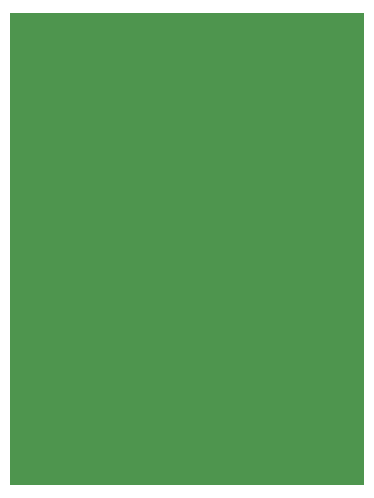
<source format=gbr>
G04 DipTrace 2.2.0.9*
%INBoard.gbr*%
%MOMM*%
%ADD11C,0.14*%
%FSLAX53Y53*%
%SFA1B1*%
%OFA0B0*%
G04*
G71*
G90*
G75*
G01*
%LNBoardPoly*%
%LPD*%
G36*
X10008Y10008D2*
D11*
Y50008D1*
X40008D1*
Y10008D1*
X10008D1*
G37*
M02*

</source>
